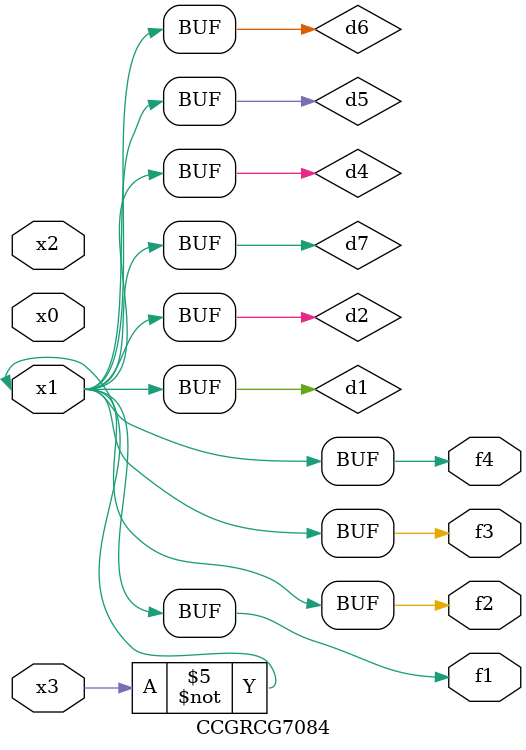
<source format=v>
module CCGRCG7084(
	input x0, x1, x2, x3,
	output f1, f2, f3, f4
);

	wire d1, d2, d3, d4, d5, d6, d7;

	not (d1, x3);
	buf (d2, x1);
	xnor (d3, d1, d2);
	nor (d4, d1);
	buf (d5, d1, d2);
	buf (d6, d4, d5);
	nand (d7, d4);
	assign f1 = d6;
	assign f2 = d7;
	assign f3 = d6;
	assign f4 = d6;
endmodule

</source>
